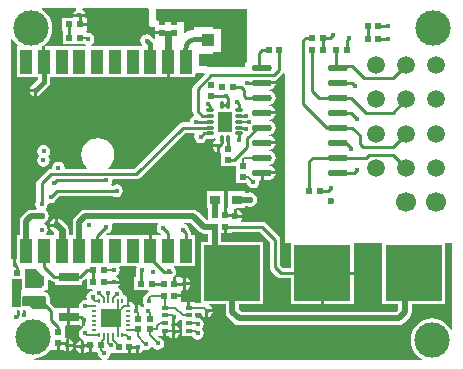
<source format=gtl>
%FSLAX25Y25*%
%MOIN*%
G70*
G01*
G75*
G04 Layer_Physical_Order=1*
G04 Layer_Color=255*
%ADD10C,0.01713*%
%ADD11R,0.01969X0.01969*%
%ADD12R,0.01969X0.01969*%
%ADD13O,0.02756X0.01181*%
%ADD14O,0.01181X0.02756*%
%ADD15R,0.04724X0.06693*%
%ADD16R,0.03543X0.03150*%
%ADD17R,0.03150X0.03543*%
%ADD18R,0.03937X0.07874*%
%ADD19R,0.02362X0.01969*%
%ADD20R,0.06693X0.03150*%
%ADD21C,0.00787*%
%ADD22R,0.18504X0.18504*%
%ADD23R,0.04134X0.04134*%
%ADD24R,0.08858X0.04134*%
%ADD25O,0.06693X0.02165*%
%ADD26R,0.06693X0.05906*%
%ADD27O,0.00787X0.01969*%
%ADD28O,0.01969X0.00787*%
%ADD29R,0.01969X0.01378*%
%ADD30C,0.01969*%
%ADD31C,0.01000*%
%ADD32C,0.00787*%
%ADD33C,0.02362*%
%ADD34C,0.01575*%
%ADD35C,0.05906*%
%ADD36C,0.06693*%
%ADD37C,0.01772*%
%ADD38C,0.02598*%
%ADD39C,0.02362*%
%ADD40C,0.11811*%
G36*
X25571Y27494D02*
Y24335D01*
X27376D01*
X27541Y24025D01*
X27327Y23573D01*
X26693Y23447D01*
X26010Y22990D01*
X25553Y22307D01*
X25393Y21500D01*
X25506Y20931D01*
X25152Y20577D01*
X25000Y20607D01*
X24193Y20447D01*
X23510Y19990D01*
X23053Y19307D01*
X22893Y18500D01*
X22964Y18142D01*
X22647Y17756D01*
X20000D01*
Y14999D01*
Y12244D01*
X23408D01*
X23694Y12053D01*
X24000Y11992D01*
Y14001D01*
X25000D01*
Y11992D01*
X24500Y11892D01*
X24210Y11950D01*
Y11450D01*
X24193Y11447D01*
X23510Y10990D01*
X23053Y10306D01*
X22893Y9500D01*
X23053Y8693D01*
X23510Y8010D01*
X24112Y7608D01*
X24014Y7117D01*
X23844Y7084D01*
X23829Y7074D01*
X24000Y7108D01*
X24500Y7008D01*
Y4999D01*
Y2992D01*
X24806Y3053D01*
X25228Y3335D01*
X26236D01*
Y5501D01*
X27236D01*
Y3335D01*
X28790D01*
X28796Y3306D01*
X29144Y2785D01*
X29358Y2571D01*
X29453Y2094D01*
X29910Y1410D01*
X30555Y979D01*
X30410Y500D01*
X8075D01*
X8050Y999D01*
X8969Y1090D01*
X10305Y1495D01*
X11536Y2153D01*
X12616Y3039D01*
X13501Y4118D01*
X13511Y4136D01*
X13835Y4055D01*
Y4055D01*
X13835Y4055D01*
X15500D01*
Y6222D01*
X16500D01*
Y4055D01*
X17480D01*
X17510Y4010D01*
X18193Y3553D01*
X18500Y3492D01*
Y5499D01*
Y7508D01*
X19000Y7608D01*
X19327Y7543D01*
X18936Y7804D01*
X18280Y7935D01*
X18165D01*
Y8386D01*
Y11929D01*
D01*
Y11929D01*
X18480Y12244D01*
X19000D01*
Y14999D01*
Y17756D01*
X15017D01*
X14712Y18212D01*
X13204Y19720D01*
Y21500D01*
X13204Y21500D01*
X13113Y21961D01*
X12852Y22352D01*
X12852Y22352D01*
X12756Y22447D01*
Y22866D01*
X12330D01*
X11961Y23113D01*
X11500Y23204D01*
D01*
D01*
D01*
D01*
Y23204D01*
X11500D01*
X11500Y23204D01*
X11352Y23648D01*
Y23649D01*
D01*
D01*
Y23649D01*
X11351D01*
D01*
X11613Y24039D01*
X11614Y24047D01*
X12756D01*
Y27167D01*
X13218Y27358D01*
X13402Y27174D01*
X13958Y26802D01*
X14614Y26672D01*
X14973D01*
Y25630D01*
X24027D01*
Y26799D01*
X24042Y26802D01*
X24598Y27174D01*
X25109Y27685D01*
X25571Y27494D01*
D02*
G37*
G36*
X10500Y29000D02*
Y24500D01*
X5000D01*
Y31000D01*
X8500D01*
X10500Y29000D01*
D02*
G37*
G36*
X49417Y45851D02*
X49053Y45307D01*
X48893Y44500D01*
X49053Y43694D01*
X49510Y43010D01*
X50128Y42597D01*
X49983Y42118D01*
X47216D01*
Y36999D01*
X46216D01*
Y42118D01*
X32195D01*
X32004Y42580D01*
X32395Y42971D01*
X32807Y43053D01*
X33490Y43510D01*
X33947Y44194D01*
X34107Y45000D01*
X33947Y45807D01*
X33917Y45851D01*
X34153Y46292D01*
X49181D01*
X49417Y45851D01*
D02*
G37*
G36*
X42143Y31441D02*
X42053Y31306D01*
X41893Y30500D01*
X42022Y29849D01*
Y28165D01*
X41374D01*
Y23835D01*
X46050D01*
X46195Y23356D01*
X45865Y23135D01*
X45165Y22435D01*
X44817Y21914D01*
X44796Y21813D01*
X44784Y21752D01*
X44353Y21106D01*
X44193Y20300D01*
X44353Y19493D01*
X44668Y19021D01*
X44571Y18531D01*
X44510Y18490D01*
X44250Y18101D01*
X43750D01*
X43490Y18490D01*
X42807Y18947D01*
X42500Y19008D01*
Y16999D01*
X41500D01*
Y19008D01*
X41383Y18985D01*
X41283Y19051D01*
Y19051D01*
X41283Y19051D01*
X40935Y19572D01*
X40414Y19920D01*
X39799Y20043D01*
X39709D01*
Y18468D01*
X38709D01*
Y18686D01*
X38921Y19004D01*
X39043Y19618D01*
Y20043D01*
X39043D01*
Y20799D01*
X38920Y21414D01*
X38572Y21935D01*
X38052Y22283D01*
X37707Y22351D01*
X37607Y22500D01*
X37607Y22500D01*
X37607D01*
X37447Y23306D01*
X36990Y23990D01*
X36307Y24447D01*
X35500Y24607D01*
X35990Y25010D01*
X35990Y25010D01*
X36447Y25694D01*
X36508Y26000D01*
X34499D01*
Y27000D01*
X36508D01*
X36447Y27307D01*
X35990Y27990D01*
X35307Y28447D01*
X35990Y29010D01*
Y29010D01*
Y29010D01*
X35990Y29010D01*
X35990Y29010D01*
X35990Y29010D01*
X35990Y29010D01*
D01*
X36447Y29693D01*
X36607Y30500D01*
X36447Y31306D01*
X36357Y31441D01*
X36593Y31882D01*
X41907D01*
X42143Y31441D01*
D02*
G37*
G36*
X63139Y43339D02*
X63855Y42860D01*
X64700Y42692D01*
X65913D01*
Y39933D01*
X63567D01*
Y19606D01*
X61736D01*
Y19870D01*
X60071D01*
Y17999D01*
X59071D01*
Y19870D01*
X57406D01*
Y19870D01*
X57298D01*
X56945Y20224D01*
Y21500D01*
X54778D01*
Y22500D01*
X56945D01*
Y23708D01*
X57331Y24026D01*
X57500Y23992D01*
Y25999D01*
Y28008D01*
X57193Y27947D01*
X56945Y28165D01*
Y28165D01*
X55279D01*
Y25999D01*
X54280D01*
Y28166D01*
X54741D01*
X54596Y28644D01*
X54812Y28788D01*
X55184Y29344D01*
X55314Y30000D01*
X55184Y30656D01*
X55070Y30825D01*
X55047Y30943D01*
X54590Y31626D01*
X54668Y31882D01*
X61677D01*
Y42118D01*
X60242D01*
Y42972D01*
X60111Y43628D01*
X59740Y44184D01*
X59529Y44395D01*
X59447Y44807D01*
X58990Y45490D01*
X58306Y45947D01*
X57500Y46107D01*
X57685Y46292D01*
X60185D01*
X63139Y43339D01*
D02*
G37*
G36*
X72164Y42735D02*
X73829D01*
Y43186D01*
X83290D01*
X86586Y39890D01*
Y31500D01*
X86716Y30844D01*
X87088Y30288D01*
X89088Y28288D01*
X89644Y27916D01*
X90300Y27786D01*
X93667D01*
Y19067D01*
X103600D01*
Y29501D01*
X104099D01*
Y30000D01*
X114533D01*
Y39500D01*
X124079D01*
Y19067D01*
X129392D01*
Y17314D01*
X128685Y16608D01*
X77114D01*
X76208Y17515D01*
Y19067D01*
X84433D01*
Y39933D01*
X70328D01*
Y42735D01*
X71164D01*
Y44901D01*
X72164D01*
Y42735D01*
D02*
G37*
G36*
X147400Y10723D02*
X146915Y10601D01*
X146572Y11243D01*
X145686Y12322D01*
X144607Y13207D01*
X143376Y13866D01*
X142040Y14271D01*
X140651Y14408D01*
X139262Y14271D01*
X137926Y13866D01*
X136695Y13207D01*
X135616Y12322D01*
X134730Y11243D01*
X134072Y10012D01*
X133667Y8676D01*
X133530Y7287D01*
X133667Y5897D01*
X134072Y4562D01*
X134730Y3330D01*
X135616Y2251D01*
X136695Y1366D01*
X137407Y985D01*
X137286Y500D01*
X32390D01*
X32245Y979D01*
X32890Y1410D01*
X33347Y2094D01*
X33507Y2900D01*
X33496Y2959D01*
X33924Y3216D01*
X34055Y3109D01*
Y2835D01*
X39264D01*
Y5001D01*
X40264D01*
Y2835D01*
X41929D01*
Y2835D01*
X42097Y2973D01*
X42000Y2992D01*
Y5001D01*
X43000D01*
Y2992D01*
X43306Y3053D01*
X43990Y3510D01*
X44254Y3906D01*
X44493Y3953D01*
Y3953D01*
X44493Y3953D01*
X45300Y3793D01*
X46106Y3953D01*
X46790Y4410D01*
X47067Y4824D01*
X47567D01*
X47710Y4610D01*
X48393Y4153D01*
X49200Y3993D01*
X50007Y4153D01*
X50690Y4610D01*
X51147Y5294D01*
X51307Y6100D01*
X51147Y6906D01*
X50690Y7590D01*
X50007Y8047D01*
X49404Y8167D01*
X49291Y8280D01*
Y8409D01*
X49335Y8453D01*
X49389Y8453D01*
X49389Y8453D01*
Y8453D01*
X51000D01*
Y10324D01*
X52000D01*
Y8453D01*
X53095D01*
X53693Y8053D01*
X54000Y7992D01*
Y9999D01*
Y12008D01*
X54052Y12018D01*
X53665Y12336D01*
Y12664D01*
X54052Y12982D01*
X54000Y12992D01*
Y15001D01*
X55000D01*
Y12992D01*
X55307Y13053D01*
X55990Y13510D01*
X56295Y13966D01*
X56786Y14064D01*
X56945Y13958D01*
X56945Y13958D01*
X56945Y13958D01*
D01*
X56945Y13958D01*
X56945Y13958D01*
X57406Y13866D01*
Y13571D01*
Y11012D01*
Y8453D01*
X60714D01*
X61010Y8010D01*
X61694Y7553D01*
X62500Y7393D01*
X63306Y7553D01*
X63990Y8010D01*
X64447Y8693D01*
X64607Y9500D01*
X64447Y10306D01*
X63990Y10990D01*
Y11010D01*
X64447Y11693D01*
X64607Y12500D01*
X64447Y13307D01*
X63990Y13990D01*
X63306Y14447D01*
X62500Y14607D01*
X62123Y14532D01*
X61736Y14850D01*
Y16130D01*
Y16394D01*
X63513D01*
X63553Y16194D01*
X64010Y15510D01*
X64693Y15053D01*
X65000Y14992D01*
Y17001D01*
X65499D01*
Y17500D01*
X67508D01*
X67447Y17807D01*
X66990Y18490D01*
X66344Y18922D01*
X66344Y18922D01*
X66344D01*
X66307Y18947D01*
X66426Y19067D01*
X71792D01*
Y16600D01*
X71960Y15755D01*
X72439Y15039D01*
X74639Y12839D01*
X75355Y12360D01*
X76200Y12192D01*
X129600D01*
X130445Y12360D01*
X131161Y12839D01*
X133161Y14839D01*
X133640Y15555D01*
X133808Y16400D01*
Y19067D01*
X144945D01*
Y39500D01*
X147400D01*
Y10723D01*
D02*
G37*
G36*
X4100Y27300D02*
Y24200D01*
X3500Y23600D01*
Y18300D01*
X3300Y18100D01*
X800D01*
X500Y18400D01*
Y27500D01*
X3900D01*
X4100Y27300D01*
D02*
G37*
G36*
X12000Y21500D02*
Y18000D01*
X11500Y17500D01*
X7500D01*
X6500Y18500D01*
X4000D01*
Y21500D01*
X4500Y22000D01*
X11500D01*
X12000Y21500D01*
D02*
G37*
G36*
X970Y107267D02*
X1856Y106188D01*
X2596Y105581D01*
X2427Y105110D01*
X2228D01*
Y94874D01*
X9276D01*
Y94115D01*
X7438Y92276D01*
X7010Y91990D01*
X6553Y91307D01*
X6492Y91000D01*
X8501D01*
Y90501D01*
X9000D01*
Y88492D01*
X9307Y88553D01*
X9990Y89010D01*
X10276Y89438D01*
X12703Y91864D01*
X13138Y92515D01*
X13291Y93283D01*
Y94874D01*
X52122D01*
Y99993D01*
X53122D01*
Y94874D01*
X61677D01*
Y96058D01*
X62064Y96376D01*
X62465Y96296D01*
X64719D01*
X64910Y95834D01*
X61288Y92212D01*
X60916Y91656D01*
X60786Y91000D01*
Y83500D01*
X60916Y82844D01*
X61220Y82390D01*
X61122Y81899D01*
X60510Y81490D01*
X60053Y80806D01*
X59893Y80000D01*
X59697Y79761D01*
X57547D01*
X56891Y79631D01*
X56335Y79259D01*
X41290Y64214D01*
X32816D01*
X32656Y64688D01*
X33131Y65052D01*
X34015Y66204D01*
X34570Y67545D01*
X34759Y68984D01*
X34570Y70422D01*
X34015Y71763D01*
X33131Y72914D01*
X31980Y73798D01*
X30639Y74353D01*
X29200Y74543D01*
X27761Y74353D01*
X26420Y73798D01*
X25269Y72914D01*
X24385Y71763D01*
X23830Y70422D01*
X23641Y68984D01*
X23830Y67545D01*
X24385Y66204D01*
X25269Y65052D01*
X25745Y64688D01*
X25584Y64214D01*
X18524D01*
X18207Y64600D01*
X18047Y65407D01*
X17590Y66090D01*
X16906Y66547D01*
X16100Y66707D01*
X15293Y66547D01*
X14610Y66090D01*
X14153Y65407D01*
X13993Y64600D01*
X13676Y64214D01*
X13500D01*
X12844Y64084D01*
X12288Y63712D01*
X9288Y60712D01*
X8916Y60156D01*
X8786Y59500D01*
Y53655D01*
X8553Y53307D01*
X8393Y52500D01*
X8553Y51693D01*
X8917Y51149D01*
X8681Y50708D01*
X7000D01*
X6155Y50540D01*
X5439Y50061D01*
X3817Y48439D01*
X3338Y47723D01*
X3170Y46878D01*
Y42118D01*
X2228D01*
Y34677D01*
X1842Y34359D01*
X2100Y34308D01*
Y32299D01*
X1100D01*
Y34308D01*
X793Y34247D01*
X741Y34212D01*
X300Y34448D01*
Y107492D01*
X785Y107614D01*
X970Y107267D01*
D02*
G37*
G36*
X46296Y117500D02*
Y112721D01*
X46296Y112721D01*
X46387Y112260D01*
X46648Y111869D01*
X46696Y111822D01*
X46696Y111822D01*
X47086Y111561D01*
X47178Y111542D01*
X47547Y111469D01*
X47547Y111469D01*
X48335D01*
Y111098D01*
Y110221D01*
X50501D01*
Y109221D01*
X48335D01*
Y107657D01*
X47873Y107466D01*
X47276Y108063D01*
X46990Y108490D01*
X46306Y108947D01*
X45500Y109107D01*
X44693Y108947D01*
X44010Y108490D01*
X43553Y107807D01*
X43393Y107000D01*
X43553Y106193D01*
X43982Y105551D01*
X43761Y105138D01*
X43743Y105110D01*
X27005D01*
X26860Y105589D01*
X27490Y106010D01*
X27947Y106693D01*
X28107Y107500D01*
X27947Y108307D01*
X27490Y108990D01*
X26807Y109447D01*
X26000Y109607D01*
X25816Y109571D01*
X25446Y109874D01*
X25429Y109960D01*
Y110165D01*
D01*
Y110165D01*
X25598Y110335D01*
X25642D01*
Y112000D01*
X23279D01*
Y113000D01*
X25642D01*
Y114665D01*
X25335D01*
X25018Y115052D01*
X25008Y115000D01*
X20992D01*
X20982Y115052D01*
X20664Y114665D01*
X17374D01*
Y110335D01*
X17555D01*
Y110165D01*
X17555D01*
Y105835D01*
X24772D01*
X25140Y105589D01*
X24995Y105110D01*
X11784D01*
Y99991D01*
X10784D01*
Y105110D01*
X11355D01*
X11186Y105581D01*
X11926Y106188D01*
X12812Y107267D01*
X13470Y108499D01*
X13875Y109834D01*
X14012Y111224D01*
X13875Y112613D01*
X13470Y113949D01*
X12812Y115180D01*
X11926Y116259D01*
X10847Y117144D01*
X10528Y117315D01*
X10650Y117800D01*
X21861D01*
X22006Y117322D01*
X21510Y116990D01*
X21053Y116306D01*
X20992Y116000D01*
X25008D01*
X24947Y116306D01*
X24490Y116990D01*
X23994Y117322D01*
X24139Y117800D01*
X46049D01*
X46296Y117500D01*
D02*
G37*
G36*
X91500Y95967D02*
Y39500D01*
X93667D01*
Y31214D01*
X91010D01*
X90014Y32210D01*
Y40600D01*
X89884Y41256D01*
X89512Y41812D01*
X85212Y46112D01*
X84656Y46484D01*
X84000Y46614D01*
X77111D01*
X76876Y47055D01*
X77225Y47578D01*
X77309Y48000D01*
X74999D01*
Y48499D01*
X74500D01*
Y50809D01*
X75000Y50909D01*
X75000Y50909D01*
X75336Y51244D01*
X78453D01*
Y51792D01*
X79052D01*
X79078Y51775D01*
X80000Y51591D01*
X80922Y51775D01*
X81703Y52297D01*
X82225Y53078D01*
X82408Y54000D01*
X82225Y54922D01*
X81703Y55703D01*
X80922Y56225D01*
X80000Y56409D01*
X79078Y56225D01*
X79052Y56208D01*
X78453D01*
Y56756D01*
X72547D01*
Y51519D01*
X72547Y51519D01*
X72547D01*
X72547Y51244D01*
X72469Y51165D01*
X72264D01*
Y48999D01*
X71264D01*
Y51166D01*
X71366D01*
Y51244D01*
X71366D01*
Y56756D01*
X65461D01*
Y51244D01*
X66013D01*
Y49000D01*
X66055Y48787D01*
Y47320D01*
X65593Y47129D01*
X62661Y50061D01*
X61945Y50540D01*
X61100Y50708D01*
X25000D01*
X24155Y50540D01*
X23439Y50061D01*
X21533Y48156D01*
X21055Y47439D01*
X20887Y46595D01*
Y42118D01*
X19598D01*
Y43811D01*
X19414Y44733D01*
X18892Y45514D01*
X17203Y47203D01*
X16422Y47725D01*
X16000Y47809D01*
Y45499D01*
X15501D01*
Y45000D01*
X13191D01*
X13275Y44578D01*
X13797Y43797D01*
X14781Y42813D01*
Y42118D01*
X12259D01*
X12023Y42559D01*
X12447Y43194D01*
X12607Y44000D01*
X12447Y44807D01*
X11990Y45490D01*
X11306Y45947D01*
Y46252D01*
X11422Y46275D01*
X12203Y46797D01*
X12725Y47578D01*
X12909Y48500D01*
X12725Y49422D01*
X12203Y50203D01*
X11867Y50428D01*
Y50928D01*
X11990Y51010D01*
X12447Y51693D01*
X12607Y52500D01*
X12577Y52652D01*
X12931Y53006D01*
X13500Y52893D01*
X14307Y53053D01*
X14990Y53510D01*
X15447Y54194D01*
X15529Y54605D01*
X16210Y55286D01*
X34345D01*
X34694Y55053D01*
X35500Y54893D01*
X36307Y55053D01*
X36990Y55510D01*
X37447Y56194D01*
X37607Y57000D01*
X37447Y57806D01*
X36990Y58490D01*
X36307Y58947D01*
X35500Y59107D01*
X34694Y58947D01*
X34345Y58714D01*
X33823D01*
X33587Y59155D01*
X33947Y59693D01*
X34107Y60500D01*
X34342Y60786D01*
X42000D01*
X42656Y60916D01*
X43212Y61288D01*
X58257Y76333D01*
X61375D01*
X61610Y75892D01*
X61553Y75806D01*
X61393Y75000D01*
X61553Y74194D01*
X62010Y73510D01*
X62694Y73053D01*
X63500Y72893D01*
X64306Y73053D01*
X64990Y73510D01*
X65447Y74194D01*
X65481Y74365D01*
X65527D01*
X65991Y74272D01*
X67566D01*
X68257Y74410D01*
X68268Y74417D01*
X68467Y74311D01*
X68491Y73812D01*
X68010Y73490D01*
X67553Y72807D01*
X67492Y72500D01*
X69501D01*
Y72001D01*
X70000D01*
Y69992D01*
X69948Y69982D01*
X70335Y69665D01*
Y68614D01*
Y65071D01*
X74665D01*
Y65212D01*
X75117Y65425D01*
X75335Y65247D01*
Y63098D01*
Y59555D01*
X78981D01*
X79053Y59193D01*
X79510Y58510D01*
X80194Y58053D01*
X81000Y57893D01*
X81806Y58053D01*
X82490Y58510D01*
X82947Y59193D01*
X83107Y60000D01*
X83047Y60305D01*
X83364Y60692D01*
X83500D01*
Y63001D01*
X83999D01*
Y63500D01*
X88472D01*
X88396Y63883D01*
X87896Y64632D01*
X87147Y65132D01*
X86264Y65308D01*
Y65692D01*
X87147Y65868D01*
X87896Y66368D01*
X88396Y67117D01*
X88572Y68000D01*
X88396Y68883D01*
X87896Y69632D01*
X87147Y70132D01*
X86264Y70308D01*
Y70692D01*
X87147Y70868D01*
X87896Y71368D01*
X88396Y72117D01*
X88472Y72500D01*
X83999D01*
Y73500D01*
X88472D01*
X88396Y73883D01*
X87896Y74632D01*
X87147Y75132D01*
X86264Y75308D01*
Y75692D01*
X87147Y75868D01*
X87896Y76368D01*
X88396Y77117D01*
X88572Y78000D01*
X88396Y78883D01*
X87896Y79632D01*
X87147Y80132D01*
X86264Y80308D01*
Y80692D01*
X87147Y80868D01*
X87896Y81368D01*
X88396Y82117D01*
X88472Y82500D01*
X83999D01*
Y83500D01*
X88472D01*
X88396Y83883D01*
X87896Y84632D01*
X87147Y85132D01*
X86264Y85308D01*
Y85692D01*
X87147Y85868D01*
X87896Y86368D01*
X88396Y87117D01*
X88572Y88000D01*
X88396Y88883D01*
X87896Y89632D01*
X87147Y90132D01*
X86264Y90308D01*
Y90692D01*
X87147Y90868D01*
X87896Y91368D01*
X88396Y92117D01*
X88472Y92500D01*
X83999D01*
Y93500D01*
X88472D01*
X88451Y93609D01*
X88656Y93916D01*
X88656D01*
X88656Y93916D01*
X89212Y94288D01*
X90991Y96068D01*
X91022Y96112D01*
X91500Y95967D01*
D02*
G37*
G36*
X79000Y100093D02*
X78727Y99737D01*
X78380Y98899D01*
X78312Y98387D01*
X67000D01*
X66253Y98289D01*
X66089Y98221D01*
X66032Y98259D01*
X65640Y98521D01*
X65640Y98521D01*
D01*
X64718Y98704D01*
X64718Y98704D01*
X62858D01*
Y102665D01*
X70228D01*
Y111524D01*
X61370D01*
Y110697D01*
X60614Y110623D01*
X59364Y110243D01*
X58275Y109661D01*
X57846Y109919D01*
Y113067D01*
X50108D01*
X50038Y113172D01*
X49256Y113694D01*
X48704Y113804D01*
Y117500D01*
X48704Y117500D01*
X79000D01*
Y100093D01*
D02*
G37*
%LPC*%
G36*
X55000Y12008D02*
Y10500D01*
X56508D01*
X56447Y10807D01*
X55990Y11490D01*
X55307Y11947D01*
X55000Y12008D01*
D02*
G37*
G36*
X67508Y16500D02*
X66000D01*
Y14992D01*
X66307Y15053D01*
X66990Y15510D01*
X67447Y16194D01*
X67508Y16500D01*
D02*
G37*
G36*
X21008Y5000D02*
X19500D01*
Y3492D01*
X19806Y3553D01*
X20490Y4010D01*
X20947Y4693D01*
X21008Y5000D01*
D02*
G37*
G36*
X23500Y4500D02*
X21992D01*
X22053Y4194D01*
X22510Y3510D01*
X23193Y3053D01*
X23500Y2992D01*
Y4500D01*
D02*
G37*
G36*
Y7008D02*
X23193Y6947D01*
X22510Y6490D01*
X22053Y5807D01*
X21992Y5500D01*
X23500D01*
Y7008D01*
D02*
G37*
G36*
X56508Y9500D02*
X55000D01*
Y7992D01*
X55307Y8053D01*
X55990Y8510D01*
X56447Y9194D01*
X56508Y9500D01*
D02*
G37*
G36*
X19500Y7508D02*
Y6000D01*
X21008D01*
X20947Y6306D01*
X20490Y6990D01*
X19806Y7447D01*
X19500Y7508D01*
D02*
G37*
G36*
X88472Y62500D02*
X84500D01*
Y60692D01*
X86264D01*
X87147Y60868D01*
X87896Y61368D01*
X88396Y62117D01*
X88472Y62500D01*
D02*
G37*
G36*
X58500Y28008D02*
Y26500D01*
X60008D01*
X59947Y26807D01*
X59490Y27490D01*
X58807Y27947D01*
X58500Y28008D01*
D02*
G37*
G36*
X15000Y47809D02*
X14578Y47725D01*
X13797Y47203D01*
X13275Y46422D01*
X13191Y46000D01*
X15000D01*
Y47809D01*
D02*
G37*
G36*
X75500Y50809D02*
Y49000D01*
X77309D01*
X77225Y49422D01*
X76703Y50203D01*
X75922Y50725D01*
X75500Y50809D01*
D02*
G37*
G36*
X11200Y72307D02*
X10394Y72147D01*
X9710Y71690D01*
X9253Y71007D01*
X9093Y70200D01*
X9253Y69393D01*
X9710Y68710D01*
X9710Y68710D01*
X9610Y68590D01*
X9610Y68590D01*
X9610D01*
X9153Y67906D01*
X8993Y67100D01*
X9153Y66294D01*
X9610Y65610D01*
X10294Y65153D01*
X11100Y64993D01*
X11907Y65153D01*
X12590Y65610D01*
X13047Y66294D01*
X13207Y67100D01*
X13047Y67906D01*
X12590Y68590D01*
Y68643D01*
X12690Y68710D01*
X13147Y69393D01*
X13307Y70200D01*
X13147Y71007D01*
X12690Y71690D01*
X12007Y72147D01*
X11200Y72307D01*
D02*
G37*
G36*
X114533Y29000D02*
X104600D01*
Y19067D01*
X114533D01*
Y29000D01*
D02*
G37*
G36*
X8000Y90000D02*
X6492D01*
X6553Y89693D01*
X7010Y89010D01*
X7694Y88553D01*
X8000Y88492D01*
Y90000D01*
D02*
G37*
G36*
X60008Y25500D02*
X58500D01*
Y23992D01*
X58807Y24053D01*
X59490Y24510D01*
X59947Y25194D01*
X60008Y25500D01*
D02*
G37*
G36*
X69000Y71500D02*
X67492D01*
X67553Y71193D01*
X68010Y70510D01*
X68694Y70053D01*
X69000Y69992D01*
Y71500D01*
D02*
G37*
%LPD*%
D10*
X59500Y106500D02*
G03*
X58528Y104152I2348J-2348D01*
G01*
X61914Y107500D02*
G03*
X59500Y106500I0J-3414D01*
G01*
X61914Y107500D02*
X65000D01*
D11*
X71664Y44900D02*
D03*
X68120D02*
D03*
X68221Y49000D02*
D03*
X71764D02*
D03*
X119220Y107500D02*
D03*
X122764D02*
D03*
X19721Y108000D02*
D03*
X23264D02*
D03*
X31264Y30500D02*
D03*
X27720D02*
D03*
X31280Y26500D02*
D03*
X27736D02*
D03*
X54779Y22000D02*
D03*
X51236D02*
D03*
X36220Y5000D02*
D03*
X39764D02*
D03*
X30279Y5500D02*
D03*
X26736D02*
D03*
X51236Y26000D02*
D03*
X54779D02*
D03*
X108736Y104000D02*
D03*
X112279D02*
D03*
X100736D02*
D03*
X104279D02*
D03*
X100736Y108000D02*
D03*
X104279D02*
D03*
X99736Y57000D02*
D03*
X103279D02*
D03*
X86236Y104000D02*
D03*
X89780D02*
D03*
X74264Y91500D02*
D03*
X70720D02*
D03*
D12*
X67000Y88621D02*
D03*
Y92164D02*
D03*
X2400Y26120D02*
D03*
Y29664D02*
D03*
X16000Y6221D02*
D03*
Y9764D02*
D03*
X46500Y14279D02*
D03*
Y10736D02*
D03*
X42500Y14279D02*
D03*
Y10736D02*
D03*
X72500Y67236D02*
D03*
Y70780D02*
D03*
X77500Y65264D02*
D03*
Y61721D02*
D03*
X50500Y113264D02*
D03*
Y109721D02*
D03*
X54500Y113264D02*
D03*
Y109721D02*
D03*
D13*
X66779Y83953D02*
D03*
Y81984D02*
D03*
Y80016D02*
D03*
Y78047D02*
D03*
X76221D02*
D03*
Y80016D02*
D03*
Y81984D02*
D03*
Y83953D02*
D03*
Y76079D02*
D03*
X66779D02*
D03*
D14*
X70516Y74295D02*
D03*
X72484D02*
D03*
Y85706D02*
D03*
X70516D02*
D03*
D15*
X71500Y79900D02*
D03*
D16*
X75500Y54000D02*
D03*
X68413D02*
D03*
D17*
X10000Y27000D02*
D03*
Y19913D02*
D03*
D18*
X5378Y37000D02*
D03*
X11283D02*
D03*
X17189D02*
D03*
X23095D02*
D03*
X29000D02*
D03*
X34905D02*
D03*
X40811D02*
D03*
X46716D02*
D03*
X52622D02*
D03*
X58527D02*
D03*
X58528Y99992D02*
D03*
X52622D02*
D03*
X46716D02*
D03*
X40811D02*
D03*
X34905D02*
D03*
X29000D02*
D03*
X23095D02*
D03*
X17189D02*
D03*
X11283D02*
D03*
X5378D02*
D03*
D19*
X119236Y112000D02*
D03*
X122780D02*
D03*
X19736Y112500D02*
D03*
X23280D02*
D03*
X47280Y26000D02*
D03*
X43736D02*
D03*
D20*
X19500Y28386D02*
D03*
Y15000D02*
D03*
D21*
X2614Y18984D02*
D03*
X4583D02*
D03*
X2614Y17016D02*
D03*
X4583D02*
D03*
D22*
X104100Y29500D02*
D03*
X134512D02*
D03*
X74000D02*
D03*
D23*
X65799Y107095D02*
D03*
D24*
X72000Y101189D02*
D03*
Y113000D02*
D03*
D25*
X84000Y98000D02*
D03*
Y93000D02*
D03*
Y88000D02*
D03*
Y83000D02*
D03*
Y78000D02*
D03*
Y73000D02*
D03*
Y68000D02*
D03*
Y63000D02*
D03*
X109197Y98000D02*
D03*
Y93000D02*
D03*
Y88000D02*
D03*
Y83000D02*
D03*
Y78000D02*
D03*
Y73000D02*
D03*
Y68000D02*
D03*
Y63000D02*
D03*
D26*
X33500Y14500D02*
D03*
D27*
X29563Y20209D02*
D03*
X31138D02*
D03*
X32713D02*
D03*
X34287D02*
D03*
X35862D02*
D03*
X37437D02*
D03*
Y8791D02*
D03*
X35862D02*
D03*
X34287D02*
D03*
X32713D02*
D03*
X31138D02*
D03*
X29563D02*
D03*
D28*
X39209Y18437D02*
D03*
Y16862D02*
D03*
Y15287D02*
D03*
Y13713D02*
D03*
Y12138D02*
D03*
Y10563D02*
D03*
X27791D02*
D03*
Y12138D02*
D03*
Y13713D02*
D03*
Y15287D02*
D03*
Y16862D02*
D03*
Y18437D02*
D03*
D29*
X59571Y18000D02*
D03*
Y15441D02*
D03*
Y12882D02*
D03*
Y10323D02*
D03*
X51500D02*
D03*
Y12882D02*
D03*
Y15441D02*
D03*
Y18000D02*
D03*
D30*
X131600Y26588D02*
X134512Y29500D01*
X131600Y16400D02*
Y26588D01*
X129600Y14400D02*
X131600Y16400D01*
X76200Y14400D02*
X129600D01*
X74000Y16600D02*
X76200Y14400D01*
X74000Y16600D02*
Y29500D01*
X68120Y35379D02*
Y44900D01*
Y35379D02*
X74000Y29500D01*
X64700Y44900D02*
X68120D01*
X61100Y48500D02*
X64700Y44900D01*
X25000Y48500D02*
X61100D01*
X75500Y54000D02*
X79500D01*
X68221Y53807D02*
X68413Y54000D01*
X68221Y49000D02*
Y53807D01*
X23095Y46595D02*
X25000Y48500D01*
X7000D02*
X10500D01*
X5378Y46878D02*
X7000Y48500D01*
X5378Y37000D02*
Y46878D01*
X23095Y37000D02*
Y46595D01*
D31*
X51300Y30000D02*
X53600D01*
X90300Y29500D02*
X104100D01*
X88300Y31500D02*
X90300Y29500D01*
X88300Y31500D02*
Y40600D01*
X84000Y44900D02*
X88300Y40600D01*
X71664Y44900D02*
X84000D01*
X71880Y88621D02*
X72000Y88500D01*
X67000Y88621D02*
X71880D01*
X97600Y107100D02*
X98500Y108000D01*
X97600Y86000D02*
Y107100D01*
Y86000D02*
X105600Y78000D01*
X109197D01*
X1600Y32300D02*
X2400Y31500D01*
Y29664D02*
Y31500D01*
X4500Y15500D02*
X4583Y15583D01*
Y17016D01*
X2000Y15000D02*
X2614Y15614D01*
Y17016D01*
X10587Y19913D02*
X13500Y17000D01*
Y14000D02*
Y17000D01*
X74500Y49000D02*
X75000Y48500D01*
X71764Y49000D02*
X74500D01*
X19500Y15000D02*
X23500D01*
X18000D02*
X19500D01*
X18280Y6221D02*
X19000Y5500D01*
X16000Y6221D02*
X18280D01*
X13500Y14000D02*
X16000Y11500D01*
Y9764D02*
Y11500D01*
X14614Y28386D02*
X18000D01*
X11283Y31716D02*
X14614Y28386D01*
X11283Y31716D02*
Y37000D01*
X112000Y73000D02*
X113750Y71250D01*
X122780Y112000D02*
X126000D01*
X122764Y107500D02*
X126000D01*
X119220D02*
X119236Y107516D01*
Y112000D01*
X23000Y115500D02*
X23280Y115220D01*
Y112500D02*
Y115220D01*
X19721Y112484D02*
X19736Y112500D01*
X19721Y108000D02*
Y112484D01*
X54779Y26000D02*
X58000D01*
X47280D02*
X51236D01*
X43736D02*
Y30236D01*
X29000Y42000D02*
X32000Y45000D01*
X29000Y37000D02*
Y42000D01*
X31280Y26500D02*
X34500D01*
X27736D02*
Y30484D01*
X27720Y30500D02*
X27736Y30484D01*
X25500Y30500D02*
X27720D01*
X23386Y28386D02*
X25500Y30500D01*
X18000Y28386D02*
X23386D01*
X23500Y15000D02*
X24500Y14000D01*
X26736Y5500D02*
X27236D01*
X24500D02*
X26736D01*
X39764Y5000D02*
X42500D01*
X24000D02*
X24500Y5500D01*
X52622Y37000D02*
Y42878D01*
X51000Y44500D02*
X52622Y42878D01*
X58527Y37000D02*
Y42972D01*
X57500Y44000D02*
X58527Y42972D01*
X108736Y98461D02*
Y103000D01*
X127500Y94500D02*
X132000Y99000D01*
X108736Y98461D02*
X114039D01*
X118000Y94500D01*
X127500D01*
X100736Y90264D02*
Y104000D01*
Y90264D02*
X103000Y88000D01*
X109197D01*
X127500Y83000D02*
X132000Y87500D01*
X109197Y88000D02*
X113500D01*
X118500Y83000D01*
X127500D01*
X98500Y108000D02*
X100736D01*
X109197Y78000D02*
X114000D01*
X116500Y75500D01*
Y72500D02*
Y75500D01*
Y72500D02*
X117500Y71500D01*
X127500D01*
X132000Y76000D01*
X99736Y57000D02*
Y66736D01*
X101000Y68000D01*
X109197D01*
X104279Y108000D02*
X106500D01*
X107500Y109000D01*
X104279Y104000D02*
Y108000D01*
X112279Y104000D02*
Y107280D01*
X113000Y108000D01*
X103279Y57000D02*
X106000D01*
X107000Y58000D01*
X109197Y93000D02*
X114000D01*
X115000Y92000D01*
X109197Y83000D02*
X113500D01*
X115500Y81000D01*
X109197Y73000D02*
X112000D01*
X118500Y68000D02*
X119500Y69000D01*
X127500D01*
X132000Y64500D01*
X109197Y68000D02*
X118500D01*
X109197Y63000D02*
X114500D01*
X115500Y64000D01*
X84000Y104000D02*
X86236D01*
X83000Y103000D02*
X84000Y104000D01*
X83000Y99000D02*
Y103000D01*
Y99000D02*
X84000Y98000D01*
X89780Y97280D02*
Y104000D01*
X88000Y95500D02*
X89780Y97280D01*
X62500Y83500D02*
X64016Y81984D01*
X66779D01*
Y83953D02*
Y85221D01*
X66000Y86000D02*
X66779Y85221D01*
X76221Y73779D02*
Y76079D01*
Y81984D02*
X78516D01*
X10500Y59500D02*
X13500Y62500D01*
X10500Y52500D02*
Y59500D01*
X13500Y62500D02*
X42000D01*
X57547Y78047D01*
X66779D01*
X15500Y57000D02*
X35500D01*
X13500Y55000D02*
X15500Y57000D01*
Y60500D02*
X32000D01*
X14500Y59500D02*
X15500Y60500D01*
X70516Y73016D02*
Y74295D01*
X69500Y72000D02*
X70516Y73016D01*
Y85706D02*
X72484D01*
Y88016D01*
X72000Y88500D02*
X72484Y88016D01*
X76221Y83953D02*
Y85779D01*
X75500Y86500D02*
X76221Y85779D01*
Y78047D02*
X77953D01*
X78476Y77524D01*
X79000Y93000D02*
X84000D01*
X64579Y76079D02*
X66779D01*
X63500Y75000D02*
X64579Y76079D01*
X74264Y91500D02*
X77000D01*
X78000Y90500D01*
Y88500D02*
Y90500D01*
Y88500D02*
X78500Y88000D01*
X84000D01*
X72500Y70780D02*
Y74279D01*
X72484Y74295D02*
X72500Y74279D01*
X79000Y74500D02*
X82500Y78000D01*
X84000D01*
X72500Y67236D02*
X74736D01*
X79000Y71500D01*
Y74500D01*
X62500Y83500D02*
Y91000D01*
X67000Y95500D01*
X88000D01*
X61984Y80016D02*
X66779D01*
X46716Y34584D02*
Y37000D01*
Y34584D02*
X51300Y30000D01*
D32*
X33500Y14500D02*
X35862Y16862D01*
X33500Y14500D02*
X35862Y12138D01*
X25500Y108000D02*
X26000Y107500D01*
X23264Y108000D02*
X25500D01*
X31264Y30500D02*
X34500D01*
X35862Y16862D02*
Y20209D01*
Y16362D02*
Y16862D01*
X34287Y21287D02*
X35500Y22500D01*
X34287Y20209D02*
Y21287D01*
X32500Y23000D02*
X32713Y22787D01*
Y20209D02*
Y22787D01*
X30000Y22500D02*
X31138Y21362D01*
Y20209D02*
Y21362D01*
X27500Y21000D02*
X28291Y20209D01*
X29563D01*
X37937Y18437D02*
X39209D01*
X35862Y16362D02*
X37937Y18437D01*
X64500Y18000D02*
X65500Y17000D01*
X59571Y18000D02*
X64500D01*
X25000Y9500D02*
X25709Y8791D01*
X29563D01*
X61677Y10323D02*
X62500Y9500D01*
X59571Y10323D02*
X61677D01*
X62118Y12882D02*
X62500Y12500D01*
X59571Y12882D02*
X62118D01*
X57559Y15441D02*
X59571D01*
X55000Y18000D02*
X57559Y15441D01*
X51500Y18000D02*
X55000D01*
X54177Y10323D02*
X54500Y10000D01*
X51500Y10323D02*
X54177D01*
X54059Y15441D02*
X54500Y15000D01*
X51500Y15441D02*
X54059D01*
X46000Y17000D02*
X46500Y16500D01*
Y14279D02*
Y16500D01*
X42000Y17000D02*
X42500Y16500D01*
Y14279D02*
Y16500D01*
X51236Y22000D02*
X51500Y21736D01*
Y18000D02*
Y21736D01*
X46500Y10736D02*
X48736D01*
X49000Y11000D01*
Y12000D01*
X49882Y12882D01*
X51500D01*
X42327Y10563D02*
X42500Y10736D01*
X39209Y10563D02*
X42327D01*
X38709Y8791D02*
X39000Y8500D01*
X37437Y8791D02*
X38709D01*
X35862D02*
Y12138D01*
X36220Y5000D02*
Y5146D01*
X34287Y7079D02*
X36220Y5146D01*
X34287Y7079D02*
Y8791D01*
X30500Y7000D02*
X31138Y7638D01*
X30500Y5720D02*
Y7000D01*
X30279Y5500D02*
X30500Y5720D01*
X31138Y7638D02*
Y8791D01*
X32713Y6287D02*
Y8791D01*
Y6287D02*
X33500Y5500D01*
X25063Y18437D02*
X27791D01*
X76221Y80016D02*
X76410Y79827D01*
X79484Y80016D02*
X79500Y80000D01*
X76221Y80016D02*
X79484D01*
X77500Y65264D02*
Y67500D01*
X78000Y68000D01*
X84000D01*
X77500Y61721D02*
X79280D01*
X81000Y60000D01*
X42500Y8500D02*
Y10736D01*
X46500Y8800D02*
Y10736D01*
X47000Y22000D02*
X51236D01*
X46300Y21300D02*
X47000Y22000D01*
X46300Y20300D02*
Y21300D01*
X44700Y6300D02*
X44900Y6100D01*
X42500Y8500D02*
X44700Y6300D01*
X49200Y6100D02*
X49300Y6000D01*
X46500Y8800D02*
X49200Y6100D01*
X30279Y3920D02*
Y5500D01*
Y3920D02*
X31500Y2700D01*
D33*
X15500Y45500D02*
X17189Y43811D01*
Y37000D02*
Y43811D01*
X52622Y99992D02*
Y108878D01*
X52500D02*
Y109000D01*
D34*
X50500Y109721D02*
X54500D01*
X46716Y99992D02*
Y105783D01*
X45500Y107000D02*
X46716Y105783D01*
X11283Y93283D02*
Y99992D01*
X8500Y90500D02*
X11283Y93283D01*
D35*
X122000Y99000D02*
D03*
X132000D02*
D03*
X142000D02*
D03*
X122000Y87500D02*
D03*
X132000D02*
D03*
X142000D02*
D03*
X122000Y76000D02*
D03*
X132000D02*
D03*
X142000D02*
D03*
X122000Y64500D02*
D03*
X132000D02*
D03*
X142000D02*
D03*
D36*
Y53300D02*
D03*
X132000D02*
D03*
D37*
X11100Y67100D02*
D03*
X110700Y24036D02*
D03*
X97900Y23636D02*
D03*
X111000Y34736D02*
D03*
X97900Y35036D02*
D03*
X67020Y92200D02*
D03*
X2400Y21600D02*
D03*
Y23700D02*
D03*
X1600Y32300D02*
D03*
X2400Y26120D02*
D03*
X4500Y15500D02*
D03*
X2000Y15000D02*
D03*
X47500Y30000D02*
D03*
X16100Y64600D02*
D03*
X19000Y5500D02*
D03*
X126000Y107500D02*
D03*
Y112000D02*
D03*
X26000Y107500D02*
D03*
X23000Y115500D02*
D03*
X58000Y26000D02*
D03*
X44000Y30500D02*
D03*
X32000Y45000D02*
D03*
X34500Y26500D02*
D03*
Y30500D02*
D03*
X24500Y14000D02*
D03*
X6000Y29500D02*
D03*
Y27000D02*
D03*
X8500D02*
D03*
Y29500D02*
D03*
X10500Y44000D02*
D03*
X29500Y23000D02*
D03*
X27500Y21500D02*
D03*
X32500Y23000D02*
D03*
X33500Y14500D02*
D03*
X35500Y13000D02*
D03*
X31500D02*
D03*
X35500Y16000D02*
D03*
X31500D02*
D03*
X65500Y17000D02*
D03*
X25000Y9500D02*
D03*
X35500Y22500D02*
D03*
X54500Y15000D02*
D03*
Y10000D02*
D03*
X62500Y9500D02*
D03*
Y12500D02*
D03*
X46000Y17000D02*
D03*
X42000D02*
D03*
X39500Y8000D02*
D03*
X42500Y5000D02*
D03*
X33500Y5500D02*
D03*
X24000Y5000D02*
D03*
X25000Y18500D02*
D03*
X51000Y44500D02*
D03*
X57500Y44000D02*
D03*
X107000Y58000D02*
D03*
X115000Y92000D02*
D03*
X115500Y81000D02*
D03*
X113500Y71000D02*
D03*
X115500Y64000D02*
D03*
X107500Y109000D02*
D03*
X113000Y108000D02*
D03*
X66000Y86000D02*
D03*
X76221Y73779D02*
D03*
X78516Y81984D02*
D03*
X10500Y52500D02*
D03*
X35500Y57000D02*
D03*
X13500Y55000D02*
D03*
X32000Y60500D02*
D03*
X14500Y59500D02*
D03*
X69500Y72000D02*
D03*
X72000Y88500D02*
D03*
X75500Y86500D02*
D03*
X78476Y77524D02*
D03*
X62000Y80000D02*
D03*
X79000Y93000D02*
D03*
X63500Y75000D02*
D03*
X70720Y91500D02*
D03*
X79500Y80000D02*
D03*
X81000Y60000D02*
D03*
X45500Y107000D02*
D03*
X8500Y90500D02*
D03*
X46300Y20300D02*
D03*
X49200Y6100D02*
D03*
X45300Y5900D02*
D03*
X31400Y2900D02*
D03*
X11200Y70200D02*
D03*
X26300Y45700D02*
D03*
X53100Y30136D02*
D03*
D38*
X71500Y79900D02*
D03*
D39*
X75000Y48500D02*
D03*
X80000Y54000D02*
D03*
X68000D02*
D03*
X10500Y48500D02*
D03*
X15500Y45500D02*
D03*
X107000Y53500D02*
D03*
D40*
X7580Y8074D02*
D03*
X140651Y7287D02*
D03*
X6891Y111224D02*
D03*
X140848D02*
D03*
M02*

</source>
